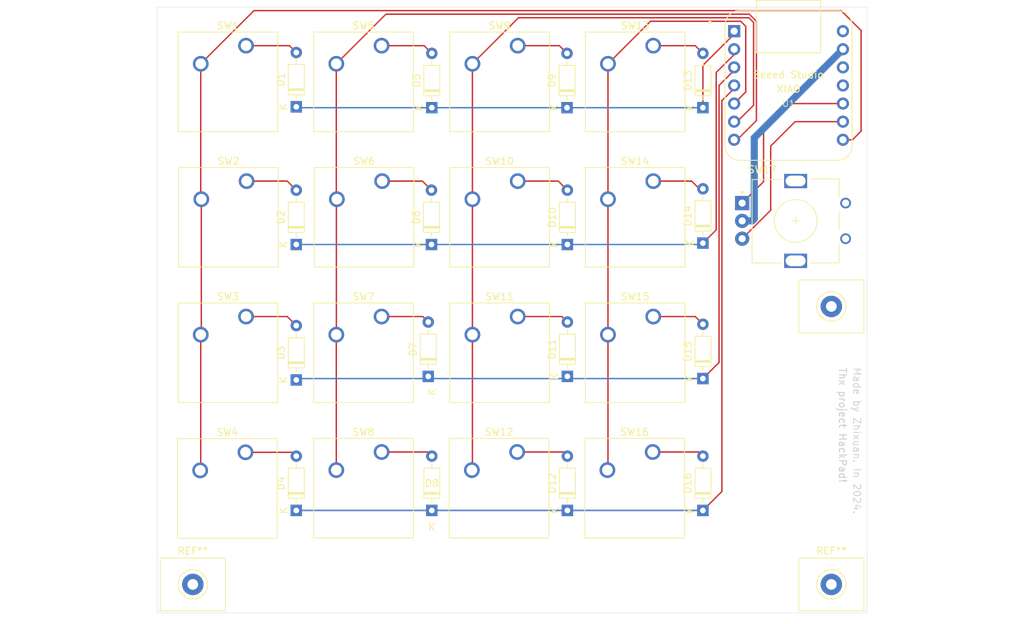
<source format=kicad_pcb>
(kicad_pcb (version 20240108) (generator "pcbnew") (generator_version "8.0")
  (layers (0 "F.Cu" signal) (31 "B.Cu" signal) (34 "B.Paste" user) (35 "F.Paste" user) (36 "B.SilkS" user "B.Silkscreen") (37 "F.SilkS" user "F.Silkscreen") (38 "B.Mask" user) (39 "F.Mask" user) (44 "Edge.Cuts" user))
  (net 0 "")
  (net 1 "Net-(D1-A)")
  (net 2 "R0")
  (net 3 "R1")
  (net 4 "Net-(D2-A)")
  (net 5 "Net-(D3-A)")
  (net 6 "R2")
  (net 7 "R3")
  (net 8 "Net-(D4-A)")
  (net 9 "Net-(D5-A)")
  (net 10 "Net-(D6-A)")
  (net 11 "Net-(D7-A)")
  (net 12 "Net-(D8-A)")
  (net 13 "Net-(D9-A)")
  (net 14 "Net-(D10-A)")
  (net 15 "Net-(D11-A)")
  (net 16 "Net-(D12-A)")
  (net 17 "Net-(D13-A)")
  (net 18 "Net-(D14-A)")
  (net 19 "Net-(D15-A)")
  (net 20 "Net-(D16-A)")
  (net 21 "C0")
  (net 22 "C1")
  (net 23 "C2")
  (net 24 "C3")
  (net 25 "A9")
  (net 26 "GND")
  (net 27 "A8")
  (net 29 "A10")
  (footprint "Diode_THT:D_DO-35_SOD27_P7.62mm_Horizontal" (layer "F.Cu") (at 102 111.62 90)
    (property "Reference" "D8" (at 3.81 0 0) (layer "F.SilkS"))
    (property "Value" "1N4148")
    (fp_text user "K" (at -2.38 0 0) (layer "F.SilkS"))
    (pad "1" thru_hole rect (at 0 0 90) (size 1.6 1.6) (drill 0.8) (layers "*.Cu" "*.Mask") (net 7 "R3"))
    (pad "2" thru_hole oval (at 7.62 0 90) (size 1.6 1.6) (drill 0.8) (layers "*.Cu" "*.Mask") (net 12 "Net-(D8-A)"))
  )
  (footprint "Button_Switch_Keyboard:SW_Cherry_MX_1.00u_PCB" (layer "F.Cu") (at 133.04 46.42)
    (property "Reference" "SW13" (at -2.54 -2.794 0) (layer "F.SilkS"))
    (property "Value" "SW_Push")
    (pad "" np_thru_hole circle (at -7.62 5.08) (size 1.7 1.7) (drill 1.7) (layers "*.Cu" "*.Mask"))
    (pad "" np_thru_hole circle (at -2.54 5.08) (size 4 4) (drill 4) (layers "*.Cu" "*.Mask"))
    (pad "" np_thru_hole circle (at 2.54 5.08) (size 1.7 1.7) (drill 1.7) (layers "*.Cu" "*.Mask"))
    (pad "1" thru_hole circle (at 0 0) (size 2.2 2.2) (drill 1.5) (layers "*.Cu" "*.Mask") (net 17 "Net-(D13-A)"))
    (pad "2" thru_hole circle (at -6.35 2.54) (size 2.2 2.2) (drill 1.5) (layers "*.Cu" "*.Mask") (net 24 "C3"))
  )
  (footprint "TerminalBlock_MetzConnect:TerminalBlock_MetzConnect_360271_1x01_Horizontal_ScrewM3.0_Boxed" (layer "F.Cu") (at 68.5 122)
    (property "Reference" "REF**" (at 0 -4.71 0) (layer "F.SilkS"))
    (property "Value" "TerminalBlock_MetzConnect_360271_1x01_Horizontal_ScrewM3.0_Boxed")
    (pad "1" thru_hole circle (at 0 0) (size 3 3) (drill 1.5) (layers "*.Cu" "*.Mask"))
  )
  (footprint "Diode_THT:D_DO-35_SOD27_P7.62mm_Horizontal" (layer "F.Cu") (at 121 74.31 90)
    (property "Reference" "D10" (at 3.81 -2.12 90) (layer "F.SilkS"))
    (property "Value" "1N4148")
    (fp_text user "K" (at 0 -1.8 90) (layer "F.SilkS"))
    (pad "1" thru_hole rect (at 0 0 90) (size 1.6 1.6) (drill 0.8) (layers "*.Cu" "*.Mask") (net 3 "R1"))
    (pad "2" thru_hole oval (at 7.62 0 90) (size 1.6 1.6) (drill 0.8) (layers "*.Cu" "*.Mask") (net 14 "Net-(D10-A)"))
  )
  (footprint "Button_Switch_Keyboard:SW_Cherry_MX_1.00u_PCB" (layer "F.Cu") (at 133.04 84.42)
    (property "Reference" "SW15" (at -2.54 -2.794 0) (layer "F.SilkS"))
    (property "Value" "SW_Push")
    (pad "" np_thru_hole circle (at -7.62 5.08) (size 1.7 1.7) (drill 1.7) (layers "*.Cu" "*.Mask"))
    (pad "" np_thru_hole circle (at -2.54 5.08) (size 4 4) (drill 4) (layers "*.Cu" "*.Mask"))
    (pad "" np_thru_hole circle (at 2.54 5.08) (size 1.7 1.7) (drill 1.7) (layers "*.Cu" "*.Mask"))
    (pad "1" thru_hole circle (at 0 0) (size 2.2 2.2) (drill 1.5) (layers "*.Cu" "*.Mask") (net 19 "Net-(D15-A)"))
    (pad "2" thru_hole circle (at -6.35 2.54) (size 2.2 2.2) (drill 1.5) (layers "*.Cu" "*.Mask") (net 24 "C3"))
  )
  (footprint "Button_Switch_Keyboard:SW_Cherry_MX_1.00u_PCB" (layer "F.Cu") (at 113.96 103.42)
    (property "Reference" "SW12" (at -2.54 -2.794 0) (layer "F.SilkS"))
    (property "Value" "SW_Push")
    (pad "" np_thru_hole circle (at -7.62 5.08) (size 1.7 1.7) (drill 1.7) (layers "*.Cu" "*.Mask"))
    (pad "" np_thru_hole circle (at -2.54 5.08) (size 4 4) (drill 4) (layers "*.Cu" "*.Mask"))
    (pad "" np_thru_hole circle (at 2.54 5.08) (size 1.7 1.7) (drill 1.7) (layers "*.Cu" "*.Mask"))
    (pad "1" thru_hole circle (at 0 0) (size 2.2 2.2) (drill 1.5) (layers "*.Cu" "*.Mask") (net 16 "Net-(D12-A)"))
    (pad "2" thru_hole circle (at -6.35 2.54) (size 2.2 2.2) (drill 1.5) (layers "*.Cu" "*.Mask") (net 23 "C2"))
  )
  (footprint "TerminalBlock_MetzConnect:TerminalBlock_MetzConnect_360271_1x01_Horizontal_ScrewM3.0_Boxed" (layer "F.Cu") (at 158 83)
    (property "Reference" "REF**" (hide yes))
    (property "Value" "TerminalBlock_MetzConnect_360271_1x01_Horizontal_ScrewM3.0_Boxed")
    (pad "1" thru_hole circle (at 0 0) (size 3 3) (drill 1.5) (layers "*.Cu" "*.Mask"))
  )
  (footprint "Button_Switch_Keyboard:SW_Cherry_MX_1.00u_PCB" (layer "F.Cu") (at 94.96 103.42)
    (property "Reference" "SW8" (at -2.54 -2.794 0) (layer "F.SilkS"))
    (property "Value" "SW_Push")
    (pad "" np_thru_hole circle (at -7.62 5.08) (size 1.7 1.7) (drill 1.7) (layers "*.Cu" "*.Mask"))
    (pad "" np_thru_hole circle (at -2.54 5.08) (size 4 4) (drill 4) (layers "*.Cu" "*.Mask"))
    (pad "" np_thru_hole circle (at 2.54 5.08) (size 1.7 1.7) (drill 1.7) (layers "*.Cu" "*.Mask"))
    (pad "1" thru_hole circle (at 0 0) (size 2.2 2.2) (drill 1.5) (layers "*.Cu" "*.Mask") (net 12 "Net-(D8-A)"))
    (pad "2" thru_hole circle (at -6.35 2.54) (size 2.2 2.2) (drill 1.5) (layers "*.Cu" "*.Mask") (net 22 "C1"))
  )
  (footprint "Button_Switch_Keyboard:SW_Cherry_MX_1.00u_PCB" (layer "F.Cu") (at 133.04 65.42)
    (property "Reference" "SW14" (at -2.54 -2.794 0) (layer "F.SilkS"))
    (property "Value" "SW_Push")
    (pad "" np_thru_hole circle (at -7.62 5.08) (size 1.7 1.7) (drill 1.7) (layers "*.Cu" "*.Mask"))
    (pad "" np_thru_hole circle (at -2.54 5.08) (size 4 4) (drill 4) (layers "*.Cu" "*.Mask"))
    (pad "" np_thru_hole circle (at 2.54 5.08) (size 1.7 1.7) (drill 1.7) (layers "*.Cu" "*.Mask"))
    (pad "1" thru_hole circle (at 0 0) (size 2.2 2.2) (drill 1.5) (layers "*.Cu" "*.Mask") (net 18 "Net-(D14-A)"))
    (pad "2" thru_hole circle (at -6.35 2.54) (size 2.2 2.2) (drill 1.5) (layers "*.Cu" "*.Mask") (net 24 "C3"))
  )
  (footprint "TerminalBlock_MetzConnect:TerminalBlock_MetzConnect_360271_1x01_Horizontal_ScrewM3.0_Boxed" (layer "F.Cu") (at 158 122)
    (property "Reference" "REF**" (at 0 -4.71 0) (layer "F.SilkS"))
    (property "Value" "TerminalBlock_MetzConnect_360271_1x01_Horizontal_ScrewM3.0_Boxed")
    (pad "1" thru_hole circle (at 0 0) (size 3 3) (drill 1.5) (layers "*.Cu" "*.Mask"))
  )
  (footprint "Diode_THT:D_DO-35_SOD27_P7.62mm_Horizontal" (layer "F.Cu") (at 121 111.62 90)
    (property "Reference" "D12" (at 3.81 -2.12 90) (layer "F.SilkS"))
    (property "Value" "1N4148")
    (fp_text user "K" (at 0 -1.8 90) (layer "F.SilkS"))
    (pad "1" thru_hole rect (at 0 0 90) (size 1.6 1.6) (drill 0.8) (layers "*.Cu" "*.Mask") (net 7 "R3"))
    (pad "2" thru_hole oval (at 7.62 0 90) (size 1.6 1.6) (drill 0.8) (layers "*.Cu" "*.Mask") (net 16 "Net-(D12-A)"))
  )
  (footprint "Diode_THT:D_DO-35_SOD27_P7.62mm_Horizontal" (layer "F.Cu") (at 140 74.12 90)
    (property "Reference" "D14" (at 3.81 -2.12 90) (layer "F.SilkS"))
    (property "Value" "1N4148")
    (fp_text user "K" (at 0 -1.8 90) (layer "F.SilkS"))
    (pad "1" thru_hole rect (at 0 0 90) (size 1.6 1.6) (drill 0.8) (layers "*.Cu" "*.Mask") (net 3 "R1"))
    (pad "2" thru_hole oval (at 7.62 0 90) (size 1.6 1.6) (drill 0.8) (layers "*.Cu" "*.Mask") (net 18 "Net-(D14-A)"))
  )
  (footprint "Diode_THT:D_DO-35_SOD27_P7.62mm_Horizontal" (layer "F.Cu") (at 140 111.62 90)
    (property "Reference" "D16" (at 3.81 -2.12 90) (layer "F.SilkS"))
    (property "Value" "1N4148")
    (fp_text user "K" (at 0 -1.8 90) (layer "F.SilkS"))
    (pad "1" thru_hole rect (at 0 0 90) (size 1.6 1.6) (drill 0.8) (layers "*.Cu" "*.Mask") (net 7 "R3"))
    (pad "2" thru_hole oval (at 7.62 0 90) (size 1.6 1.6) (drill 0.8) (layers "*.Cu" "*.Mask") (net 20 "Net-(D16-A)"))
  )
  (footprint "Button_Switch_Keyboard:SW_Cherry_MX_1.00u_PCB" (layer "F.Cu") (at 75.88 103.46)
    (property "Reference" "SW4" (at -2.54 -2.794 0) (layer "F.SilkS"))
    (property "Value" "SW_Push")
    (pad "" np_thru_hole circle (at -7.62 5.08) (size 1.7 1.7) (drill 1.7) (layers "*.Cu" "*.Mask"))
    (pad "" np_thru_hole circle (at -2.54 5.08) (size 4 4) (drill 4) (layers "*.Cu" "*.Mask"))
    (pad "" np_thru_hole circle (at 2.54 5.08) (size 1.7 1.7) (drill 1.7) (layers "*.Cu" "*.Mask"))
    (pad "1" thru_hole circle (at 0 0) (size 2.2 2.2) (drill 1.5) (layers "*.Cu" "*.Mask") (net 8 "Net-(D4-A)"))
    (pad "2" thru_hole circle (at -6.35 2.54) (size 2.2 2.2) (drill 1.5) (layers "*.Cu" "*.Mask") (net 21 "C0"))
  )
  (footprint "Seeed Studio XIAO Series Library:XIAO-Generic-Thruhole-14P-2.54-21X17.8MM" (layer "F.Cu") (at 152 52)
    (property "Reference" "U1" (at 0 2.54 0) (layer "F.SilkS") (effects (font (size 0.889 0.889) (thickness 0.1016))))
    (property "Value" "SeeeduinoXIAO" (hide yes))
    (fp_text user "Seeed Studio" (at 0 -1.5 0) (layer "F.SilkS"))
    (fp_text user "XIAO" (at 0 0.5 0) (layer "F.SilkS"))
    (pad "1" thru_hole rect (at -7.625 -7.62) (size 1.7 1.7) (drill 1) (layers "*.Cu" "*.Mask") (net 2 "R0"))
    (pad "2" thru_hole circle (at -7.625 -5.08) (size 1.7 1.7) (drill 1) (layers "*.Cu" "*.Mask") (net 3 "R1"))
    (pad "3" thru_hole circle (at -7.625 -2.54) (size 1.7 1.7) (drill 1) (layers "*.Cu" "*.Mask") (net 6 "R2"))
    (pad "4" thru_hole circle (at -7.625 0) (size 1.7 1.7) (drill 1) (layers "*.Cu" "*.Mask") (net 7 "R3"))
    (pad "5" thru_hole circle (at -7.625 2.54) (size 1.7 1.7) (drill 1) (layers "*.Cu" "*.Mask") (net 24 "C3"))
    (pad "6" thru_hole circle (at -7.625 5.08 180) (size 1.7 1.7) (drill 1) (layers "*.Cu" "*.Mask") (net 23 "C2"))
    (pad "7" thru_hole circle (at -7.625 7.62) (size 1.7 1.7) (drill 1) (layers "*.Cu" "*.Mask") (net 22 "C1"))
    (pad "8" thru_hole circle (at 7.625 7.62) (size 1.7 1.7) (drill 1) (layers "*.Cu" "*.Mask") (net 21 "C0"))
    (pad "9" thru_hole circle (at 7.625 5.08) (size 1.7 1.7) (drill 1) (layers "*.Cu" "*.Mask") (net 27 "A8"))
    (pad "10" thru_hole circle (at 7.625 2.54) (size 1.7 1.7) (drill 1) (layers "*.Cu" "*.Mask") (net 25 "A9"))
    (pad "11" thru_hole circle (at 7.625 0) (size 1.7 1.7) (drill 1) (layers "*.Cu" "*.Mask") (net 29 "A10"))
    (pad "12" thru_hole circle (at 7.625 -2.54) (size 1.7 1.7) (drill 1) (layers "*.Cu" "*.Mask"))
    (pad "13" thru_hole circle (at 7.625 -5.08) (size 1.7 1.7) (drill 1) (layers "*.Cu" "*.Mask") (net 26 "GND"))
    (pad "14" thru_hole circle (at 7.625 -7.62) (size 1.7 1.7) (drill 1) (layers "*.Cu" "*.Mask"))
  )
  (footprint "Button_Switch_Keyboard:SW_Cherry_MX_1.00u_PCB" (layer "F.Cu") (at 75.96 84.42)
    (property "Reference" "SW3" (at -2.54 -2.794 0) (layer "F.SilkS"))
    (property "Value" "SW_Push")
    (pad "" np_thru_hole circle (at -7.62 5.08) (size 1.7 1.7) (drill 1.7) (layers "*.Cu" "*.Mask"))
    (pad "" np_thru_hole circle (at -2.54 5.08) (size 4 4) (drill 4) (layers "*.Cu" "*.Mask"))
    (pad "" np_thru_hole circle (at 2.54 5.08) (size 1.7 1.7) (drill 1.7) (layers "*.Cu" "*.Mask"))
    (pad "1" thru_hole circle (at 0 0) (size 2.2 2.2) (drill 1.5) (layers "*.Cu" "*.Mask") (net 5 "Net-(D3-A)"))
    (pad "2" thru_hole circle (at -6.35 2.54) (size 2.2 2.2) (drill 1.5) (layers "*.Cu" "*.Mask") (net 21 "C0"))
  )
  (footprint "Diode_THT:D_DO-35_SOD27_P7.62mm_Horizontal" (layer "F.Cu") (at 121 92.81 90)
    (property "Reference" "D11" (at 3.81 -2.12 90) (layer "F.SilkS"))
    (property "Value" "1N4148")
    (fp_text user "K" (at 0 -1.8 90) (layer "F.SilkS"))
    (pad "1" thru_hole rect (at 0 0 90) (size 1.6 1.6) (drill 0.8) (layers "*.Cu" "*.Mask") (net 6 "R2"))
    (pad "2" thru_hole oval (at 7.62 0 90) (size 1.6 1.6) (drill 0.8) (layers "*.Cu" "*.Mask") (net 15 "Net-(D11-A)"))
  )
  (footprint "Diode_THT:D_DO-35_SOD27_P7.62mm_Horizontal" (layer "F.Cu") (at 120.95 55.12 90)
    (property "Reference" "D9" (at 3.81 -2.12 90) (layer "F.SilkS"))
    (property "Value" "1N4148")
    (fp_text user "K" (at 0 -1.8 90) (layer "F.SilkS"))
    (pad "1" thru_hole rect (at 0 0 90) (size 1.6 1.6) (drill 0.8) (layers "*.Cu" "*.Mask") (net 2 "R0"))
    (pad "2" thru_hole oval (at 7.62 0 90) (size 1.6 1.6) (drill 0.8) (layers "*.Cu" "*.Mask") (net 13 "Net-(D9-A)"))
  )
  (footprint "Diode_THT:D_DO-35_SOD27_P7.62mm_Horizontal" (layer "F.Cu") (at 83 111.62 90)
    (property "Reference" "D4" (at 3.81 -2.12 90) (layer "F.SilkS"))
    (property "Value" "1N4148")
    (fp_text user "K" (at 0 -1.8 90) (layer "F.SilkS"))
    (pad "1" thru_hole rect (at 0 0 90) (size 1.6 1.6) (drill 0.8) (layers "*.Cu" "*.Mask") (net 7 "R3"))
    (pad "2" thru_hole oval (at 7.62 0 90) (size 1.6 1.6) (drill 0.8) (layers "*.Cu" "*.Mask") (net 8 "Net-(D4-A)"))
  )
  (footprint "Diode_THT:D_DO-35_SOD27_P7.62mm_Horizontal" (layer "F.Cu") (at 102 55.12 90)
    (property "Reference" "D5" (at 3.81 -2.12 90) (layer "F.SilkS"))
    (property "Value" "1N4148")
    (fp_text user "K" (at 0 -1.8 90) (layer "F.SilkS"))
    (pad "1" thru_hole rect (at 0 0 90) (size 1.6 1.6) (drill 0.8) (layers "*.Cu" "*.Mask") (net 2 "R0"))
    (pad "2" thru_hole oval (at 7.62 0 90) (size 1.6 1.6) (drill 0.8) (layers "*.Cu" "*.Mask") (net 9 "Net-(D5-A)"))
  )
  (footprint "Button_Switch_Keyboard:SW_Cherry_MX_1.00u_PCB" (layer "F.Cu") (at 75.96 46.42)
    (property "Reference" "SW1" (at -2.54 -2.794 0) (layer "F.SilkS"))
    (property "Value" "SW_Push")
    (pad "" np_thru_hole circle (at -7.62 5.08) (size 1.7 1.7) (drill 1.7) (layers "*.Cu" "*.Mask"))
    (pad "" np_thru_hole circle (at -2.54 5.08) (size 4 4) (drill 4) (layers "*.Cu" "*.Mask"))
    (pad "" np_thru_hole circle (at 2.54 5.08) (size 1.7 1.7) (drill 1.7) (layers "*.Cu" "*.Mask"))
    (pad "1" thru_hole circle (at 0 0) (size 2.2 2.2) (drill 1.5) (layers "*.Cu" "*.Mask") (net 1 "Net-(D1-A)"))
    (pad "2" thru_hole circle (at -6.35 2.54) (size 2.2 2.2) (drill 1.5) (layers "*.Cu" "*.Mask") (net 21 "C0"))
  )
  (footprint "Button_Switch_Keyboard:SW_Cherry_MX_1.00u_PCB" (layer "F.Cu") (at 76.04 65.42)
    (property "Reference" "SW2" (at -2.54 -2.794 0) (layer "F.SilkS"))
    (property "Value" "SW_Push")
    (pad "" np_thru_hole circle (at -7.62 5.08) (size 1.7 1.7) (drill 1.7) (layers "*.Cu" "*.Mask"))
    (pad "" np_thru_hole circle (at -2.54 5.08) (size 4 4) (drill 4) (layers "*.Cu" "*.Mask"))
    (pad "" np_thru_hole circle (at 2.54 5.08) (size 1.7 1.7) (drill 1.7) (layers "*.Cu" "*.Mask"))
    (pad "1" thru_hole circle (at 0 0) (size 2.2 2.2) (drill 1.5) (layers "*.Cu" "*.Mask") (net 4 "Net-(D2-A)"))
    (pad "2" thru_hole circle (at -6.35 2.54) (size 2.2 2.2) (drill 1.5) (layers "*.Cu" "*.Mask") (net 21 "C0"))
  )
  (footprint "Rotary_Encoder:RotaryEncoder_Alps_EC11E_Vertical_H20mm" (layer "F.Cu") (at 145.5 68.5)
    (property "Reference" "SW17" (at 2.8 -4.7 0) (layer "F.SilkS"))
    (property "Value" "RotaryEncoder")
    (pad "" thru_hole circle (at 14.5 0) (size 1.5 1.5) (drill 1) (layers "*.Cu" "*.Mask"))
    (pad "" thru_hole circle (at 14.5 5) (size 1.5 1.5) (drill 1) (layers "*.Cu" "*.Mask"))
    (pad "A" thru_hole rect (at 0 0) (size 2 2) (drill 1) (layers "*.Cu" "*.Mask") (net 25 "A9"))
    (pad "B" thru_hole circle (at 0 5) (size 2 2) (drill 1) (layers "*.Cu" "*.Mask") (net 27 "A8"))
    (pad "C" thru_hole circle (at 0 2.5) (size 2 2) (drill 1) (layers "*.Cu" "*.Mask") (net 26 "GND"))
    (pad "MP" thru_hole rect (at 7.5 -3.1) (size 3.2 2) (drill oval 2.8 1.5) (layers "*.Cu" "*.Mask"))
    (pad "MP" thru_hole rect (at 7.5 8.1) (size 3.2 2) (drill oval 2.8 1.5) (layers "*.Cu" "*.Mask"))
  )
  (footprint "Diode_THT:D_DO-35_SOD27_P7.62mm_Horizontal" (layer "F.Cu") (at 140 93.12 90)
    (property "Reference" "D15" (at 3.81 -2.12 90) (layer "F.SilkS"))
    (property "Value" "1N4148")
    (fp_text user "K" (at 0 -1.8 90) (layer "F.SilkS"))
    (pad "1" thru_hole rect (at 0 0 90) (size 1.6 1.6) (drill 0.8) (layers "*.Cu" "*.Mask") (net 6 "R2"))
    (pad "2" thru_hole oval (at 7.62 0 90) (size 1.6 1.6) (drill 0.8) (layers "*.Cu" "*.Mask") (net 19 "Net-(D15-A)"))
  )
  (footprint "Diode_THT:D_DO-35_SOD27_P7.62mm_Horizontal" (layer "F.Cu") (at 101.5 92.81 90)
    (property "Reference" "D7" (at 3.81 -2.12 90) (layer "F.SilkS"))
    (property "Value" "1N4148")
    (fp_text user "K" (at -2.19 0.5 90) (layer "F.SilkS"))
    (pad "1" thru_hole rect (at 0 0 90) (size 1.6 1.6) (drill 0.8) (layers "*.Cu" "*.Mask") (net 6 "R2"))
    (pad "2" thru_hole oval (at 7.62 0 90) (size 1.6 1.6) (drill 0.8) (layers "*.Cu" "*.Mask") (net 11 "Net-(D7-A)"))
  )
  (footprint "Button_Switch_Keyboard:SW_Cherry_MX_1.00u_PCB" (layer "F.Cu") (at 94.96 84.42)
    (property "Reference" "SW7" (at -2.54 -2.794 0) (layer "F.SilkS"))
    (property "Value" "SW_Push")
    (pad "" np_thru_hole circle (at -7.62 5.08) (size 1.7 1.7) (drill 1.7) (layers "*.Cu" "*.Mask"))
    (pad "" np_thru_hole circle (at -2.54 5.08) (size 4 4) (drill 4) (layers "*.Cu" "*.Mask"))
    (pad "" np_thru_hole circle (at 2.54 5.08) (size 1.7 1.7) (drill 1.7) (layers "*.Cu" "*.Mask"))
    (pad "1" thru_hole circle (at 0 0) (size 2.2 2.2) (drill 1.5) (layers "*.Cu" "*.Mask") (net 11 "Net-(D7-A)"))
    (pad "2" thru_hole circle (at -6.35 2.54) (size 2.2 2.2) (drill 1.5) (layers "*.Cu" "*.Mask") (net 22 "C1"))
  )
  (footprint "Diode_THT:D_DO-35_SOD27_P7.62mm_Horizontal" (layer "F.Cu") (at 101.95 74.31 90)
    (property "Reference" "D6" (at 3.81 -2.12 90) (layer "F.SilkS"))
    (property "Value" "1N4148")
    (fp_text user "K" (at 0 -1.8 90) (layer "F.SilkS"))
    (pad "1" thru_hole rect (at 0 0 90) (size 1.6 1.6) (drill 0.8) (layers "*.Cu" "*.Mask") (net 3 "R1"))
    (pad "2" thru_hole oval (at 7.62 0 90) (size 1.6 1.6) (drill 0.8) (layers "*.Cu" "*.Mask") (net 10 "Net-(D6-A)"))
  )
  (footprint "Button_Switch_Keyboard:SW_Cherry_MX_1.00u_PCB" (layer "F.Cu") (at 95.04 65.42)
    (property "Reference" "SW6" (at -2.54 -2.794 0) (layer "F.SilkS"))
    (property "Value" "SW_Push")
    (pad "" np_thru_hole circle (at -7.62 5.08) (size 1.7 1.7) (drill 1.7) (layers "*.Cu" "*.Mask"))
    (pad "" np_thru_hole circle (at -2.54 5.08) (size 4 4) (drill 4) (layers "*.Cu" "*.Mask"))
    (pad "" np_thru_hole circle (at 2.54 5.08) (size 1.7 1.7) (drill 1.7) (layers "*.Cu" "*.Mask"))
    (pad "1" thru_hole circle (at 0 0) (size 2.2 2.2) (drill 1.5) (layers "*.Cu" "*.Mask") (net 10 "Net-(D6-A)"))
    (pad "2" thru_hole circle (at -6.35 2.54) (size 2.2 2.2) (drill 1.5) (layers "*.Cu" "*.Mask") (net 22 "C1"))
  )
  (footprint "Button_Switch_Keyboard:SW_Cherry_MX_1.00u_PCB" (layer "F.Cu") (at 94.96 46.42)
    (property "Reference" "SW5" (at -2.54 -2.794 0) (layer "F.SilkS"))
    (property "Value" "SW_Push")
    (pad "" np_thru_hole circle (at -7.62 5.08) (size 1.7 1.7) (drill 1.7) (layers "*.Cu" "*.Mask"))
    (pad "" np_thru_hole circle (at -2.54 5.08) (size 4 4) (drill 4) (layers "*.Cu" "*.Mask"))
    (pad "" np_thru_hole circle (at 2.54 5.08) (size 1.7 1.7) (drill 1.7) (layers "*.Cu" "*.Mask"))
    (pad "1" thru_hole circle (at 0 0) (size 2.2 2.2) (drill 1.5) (layers "*.Cu" "*.Mask") (net 9 "Net-(D5-A)"))
    (pad "2" thru_hole circle (at -6.35 2.54) (size 2.2 2.2) (drill 1.5) (layers "*.Cu" "*.Mask") (net 22 "C1"))
  )
  (footprint "Button_Switch_Keyboard:SW_Cherry_MX_1.00u_PCB" (layer "F.Cu") (at 114.04 65.42)
    (property "Reference" "SW10" (at -2.54 -2.794 0) (layer "F.SilkS"))
    (property "Value" "SW_Push")
    (pad "" np_thru_hole circle (at -7.62 5.08) (size 1.7 1.7) (drill 1.7) (layers "*.Cu" "*.Mask"))
    (pad "" np_thru_hole circle (at -2.54 5.08) (size 4 4) (drill 4) (layers "*.Cu" "*.Mask"))
    (pad "" np_thru_hole circle (at 2.54 5.08) (size 1.7 1.7) (drill 1.7) (layers "*.Cu" "*.Mask"))
    (pad "1" thru_hole circle (at 0 0) (size 2.2 2.2) (drill 1.5) (layers "*.Cu" "*.Mask") (net 14 "Net-(D10-A)"))
    (pad "2" thru_hole circle (at -6.35 2.54) (size 2.2 2.2) (drill 1.5) (layers "*.Cu" "*.Mask") (net 23 "C2"))
  )
  (footprint "Button_Switch_Keyboard:SW_Cherry_MX_1.00u_PCB" (layer "F.Cu") (at 132.96 103.42)
    (property "Reference" "SW16" (at -2.54 -2.794 0) (layer "F.SilkS"))
    (property "Value" "SW_Push")
    (pad "" np_thru_hole circle (at -7.62 5.08) (size 1.7 1.7) (drill 1.7) (layers "*.Cu" "*.Mask"))
    (pad "" np_thru_hole circle (at -2.54 5.08) (size 4 4) (drill 4) (layers "*.Cu" "*.Mask"))
    (pad "" np_thru_hole circle (at 2.54 5.08) (size 1.7 1.7) (drill 1.7) (layers "*.Cu" "*.Mask"))
    (pad "1" thru_hole circle (at 0 0) (size 2.2 2.2) (drill 1.5) (layers "*.Cu" "*.Mask") (net 20 "Net-(D16-A)"))
    (pad "2" thru_hole circle (at -6.35 2.54) (size 2.2 2.2) (drill 1.5) (layers "*.Cu" "*.Mask") (net 24 "C3"))
  )
  (footprint "Button_Switch_Keyboard:SW_Cherry_MX_1.00u_PCB" (layer "F.Cu") (at 114.04 84.42)
    (property "Reference" "SW11" (at -2.54 -2.794 0) (layer "F.SilkS"))
    (property "Value" "SW_Push")
    (pad "" np_thru_hole circle (at -7.62 5.08) (size 1.7 1.7) (drill 1.7) (layers "*.Cu" "*.Mask"))
    (pad "" np_thru_hole circle (at -2.54 5.08) (size 4 4) (drill 4) (layers "*.Cu" "*.Mask"))
    (pad "" np_thru_hole circle (at 2.54 5.08) (size 1.7 1.7) (drill 1.7) (layers "*.Cu" "*.Mask"))
    (pad "1" thru_hole circle (at 0 0) (size 2.2 2.2) (drill 1.5) (layers "*.Cu" "*.Mask") (net 15 "Net-(D11-A)"))
    (pad "2" thru_hole circle (at -6.35 2.54) (size 2.2 2.2) (drill 1.5) (layers "*.Cu" "*.Mask") (net 23 "C2"))
  )
  (footprint "Diode_THT:D_DO-35_SOD27_P7.62mm_Horizontal" (layer "F.Cu") (at 83 55 90)
    (property "Reference" "D1" (at 3.81 -2.12 90) (layer "F.SilkS"))
    (property "Value" "1N4148")
    (fp_text user "K" (at 0 -1.8 90) (layer "F.SilkS"))
    (pad "1" thru_hole rect (at 0 0 90) (size 1.6 1.6) (drill 0.8) (layers "*.Cu" "*.Mask") (net 2 "R0"))
    (pad "2" thru_hole oval (at 7.62 0 90) (size 1.6 1.6) (drill 0.8) (layers "*.Cu" "*.Mask") (net 1 "Net-(D1-A)"))
  )
  (footprint "Diode_THT:D_DO-35_SOD27_P7.62mm_Horizontal" (layer "F.Cu") (at 140 55.12 90)
    (property "Reference" "D13" (at 3.81 -2.12 90) (layer "F.SilkS"))
    (property "Value" "1N4148")
    (fp_text user "K" (at 0 -1.8 90) (layer "F.SilkS"))
    (pad "1" thru_hole rect (at 0 0 90) (size 1.6 1.6) (drill 0.8) (layers "*.Cu" "*.Mask") (net 2 "R0"))
    (pad "2" thru_hole oval (at 7.62 0 90) (size 1.6 1.6) (drill 0.8) (layers "*.Cu" "*.Mask") (net 17 "Net-(D13-A)"))
  )
  (footprint "Diode_THT:D_DO-35_SOD27_P7.62mm_Horizontal" (layer "F.Cu") (at 83 93.31 90)
    (property "Reference" "D3" (at 3.81 -2.12 90) (layer "F.SilkS"))
    (property "Value" "1N4148")
    (fp_text user "K" (at 0 -1.8 90) (layer "F.SilkS"))
    (pad "1" thru_hole rect (at 0 0 90) (size 1.6 1.6) (drill 0.8) (layers "*.Cu" "*.Mask") (net 6 "R2"))
    (pad "2" thru_hole oval (at 7.62 0 90) (size 1.6 1.6) (drill 0.8) (layers "*.Cu" "*.Mask") (net 5 "Net-(D3-A)"))
  )
  (footprint "Diode_THT:D_DO-35_SOD27_P7.62mm_Horizontal" (layer "F.Cu") (at 83 74.31 90)
    (property "Reference" "D2" (at 3.81 -2.12 90) (layer "F.SilkS"))
    (property "Value" "1N4148")
    (fp_text user "K" (at 0 -1.8 90) (layer "F.SilkS"))
    (pad "1" thru_hole rect (at 0 0 90) (size 1.6 1.6) (drill 0.8) (layers "*.Cu" "*.Mask") (net 3 "R1"))
    (pad "2" thru_hole oval (at 7.62 0 90) (size 1.6 1.6) (drill 0.8) (layers "*.Cu" "*.Mask") (net 4 "Net-(D2-A)"))
  )
  (footprint "Button_Switch_Keyboard:SW_Cherry_MX_1.00u_PCB" (layer "F.Cu") (at 114.04 46.42)
    (property "Reference" "SW9" (at -2.54 -2.794 0) (layer "F.SilkS"))
    (property "Value" "SW_Push")
    (pad "" np_thru_hole circle (at -7.62 5.08) (size 1.7 1.7) (drill 1.7) (layers "*.Cu" "*.Mask"))
    (pad "" np_thru_hole circle (at -2.54 5.08) (size 4 4) (drill 4) (layers "*.Cu" "*.Mask"))
    (pad "" np_thru_hole circle (at 2.54 5.08) (size 1.7 1.7) (drill 1.7) (layers "*.Cu" "*.Mask"))
    (pad "1" thru_hole circle (at 0 0) (size 2.2 2.2) (drill 1.5) (layers "*.Cu" "*.Mask") (net 13 "Net-(D9-A)"))
    (pad "2" thru_hole circle (at -6.35 2.54) (size 2.2 2.2) (drill 1.5) (layers "*.Cu" "*.Mask") (net 23 "C2"))
  )
  (gr_rect (start 63.5 41) (end 163 126) (stroke (width 0.05)) (fill none) (layer "Edge.Cuts"))
  (gr_text "Made by Zhixuan. In 2024." (at 161 91.5 -90) (layer "Edge.Cuts") (effects (font (size 1 1) (thickness 0.125)) (justify left bottom)))
  (gr_text "Thx project HackPad!\n" (at 159 91.5 -90) (layer "Edge.Cuts") (effects (font (size 1 1)) (justify left bottom)))
  (segment (start 82.04 46.42) (end 83 47.38) (width 0.2) (layer "F.Cu") (net 1))
  (segment (start 75.96 46.42) (end 82.04 46.42) (width 0.2) (layer "F.Cu") (net 1))
  (segment (start 144.33544 44.84) (end 140 49.17544) (width 0.2) (layer "F.Cu") (net 2))
  (segment (start 140 49.17544) (end 140 55.12) (width 0.2) (layer "F.Cu") (net 2))
  (segment (start 140 55.12) (end 83.12 55.12) (width 0.2) (layer "B.Cu") (net 2))
  (segment (start 83.12 55.12) (end 83 55) (width 0.2) (layer "B.Cu") (net 2))
  (segment (start 141.8613 72.2587) (end 140 74.12) (width 0.2) (layer "F.Cu") (net 3))
  (segment (start 144.33544 47.707594) (end 141.8613 50.181734) (width 0.2) (layer "F.Cu") (net 3))
  (segment (start 141.8613 50.181734) (end 141.8613 72.2587) (width 0.2) (layer "F.Cu") (net 3))
  (segment (start 144.33544 47.38) (end 144.33544 47.707594) (width 0.2) (layer "F.Cu") (net 3))
  (segment (start 139.81 74.31) (end 140 74.12) (width 0.2) (layer "B.Cu") (net 3))
  (segment (start 83 74.31) (end 139.81 74.31) (width 0.2) (layer "B.Cu") (net 3))
  (segment (start 76.04 65.42) (end 81.73 65.42) (width 0.2) (layer "F.Cu") (net 4))
  (segment (start 81.73 65.42) (end 83 66.69) (width 0.2) (layer "F.Cu") (net 4))
  (segment (start 75.96 84.42) (end 81.73 84.42) (width 0.2) (layer "F.Cu") (net 5))
  (segment (start 81.73 84.42) (end 83 85.69) (width 0.2) (layer "F.Cu") (net 5))
  (segment (start 142.2613 90.8587) (end 140 93.12) (width 0.2) (layer "F.Cu") (net 6))
  (segment (start 144.33544 49.92) (end 142.2613 51.99414) (width 0.2) (layer "F.Cu") (net 6))
  (segment (start 142.2613 51.99414) (end 142.2613 90.8587) (width 0.2) (layer "F.Cu") (net 6))
  (segment (start 83.19 93.12) (end 83 93.31) (width 0.2) (layer "B.Cu") (net 6))
  (segment (start 140 93.12) (end 83.19 93.12) (width 0.2) (layer "B.Cu") (net 6))
  (segment (start 140 111.62) (end 142.6613 108.9587) (width 0.2) (layer "F.Cu") (net 7))
  (segment (start 121 111.62) (end 140 111.62) (width 0.2) (layer "F.Cu") (net 7))
  (segment (start 142.6613 54.13414) (end 144.33544 52.46) (width 0.2) (layer "F.Cu") (net 7))
  (segment (start 83 111.62) (end 102 111.62) (width 0.2) (layer "F.Cu") (net 7))
  (segment (start 142.6613 108.9587) (end 142.6613 54.13414) (width 0.2) (layer "F.Cu") (net 7))
  (segment (start 102 111.62) (end 121 111.62) (width 0.2) (layer "F.Cu") (net 7))
  (segment (start 83 111.62) (end 140 111.62) (width 0.2) (layer "B.Cu") (net 7))
  (segment (start 82.46 103.46) (end 83 104) (width 0.2) (layer "F.Cu") (net 8))
  (segment (start 75.88 103.46) (end 82.46 103.46) (width 0.2) (layer "F.Cu") (net 8))
  (segment (start 94.96 46.42) (end 100.92 46.42) (width 0.2) (layer "F.Cu") (net 9))
  (segment (start 100.92 46.42) (end 102 47.5) (width 0.2) (layer "F.Cu") (net 9))
  (segment (start 100.68 65.42) (end 101.95 66.69) (width 0.2) (layer "F.Cu") (net 10))
  (segment (start 95.04 65.42) (end 100.68 65.42) (width 0.2) (layer "F.Cu") (net 10))
  (segment (start 94.96 84.42) (end 100.73 84.42) (width 0.2) (layer "F.Cu") (net 11))
  (segment (start 100.73 84.42) (end 101.5 85.19) (width 0.2) (layer "F.Cu") (net 11))
  (segment (start 94.96 103.42) (end 101.42 103.42) (width 0.2) (layer "F.Cu") (net 12))
  (segment (start 101.42 103.42) (end 102 104) (width 0.2) (layer "F.Cu") (net 12))
  (segment (start 114.04 46.42) (end 119.87 46.42) (width 0.2) (layer "F.Cu") (net 13))
  (segment (start 119.87 46.42) (end 120.95 47.5) (width 0.2) (layer "F.Cu") (net 13))
  (segment (start 114.04 65.42) (end 119.73 65.42) (width 0.2) (layer "F.Cu") (net 14))
  (segment (start 119.73 65.42) (end 121 66.69) (width 0.2) (layer "F.Cu") (net 14))
  (segment (start 120.23 84.42) (end 121 85.19) (width 0.2) (layer "F.Cu") (net 15))
  (segment (start 114.04 84.42) (end 120.23 84.42) (width 0.2) (layer "F.Cu") (net 15))
  (segment (start 113.96 103.42) (end 120.42 103.42) (width 0.2) (layer "F.Cu") (net 16))
  (segment (start 120.42 103.42) (end 121 104) (width 0.2) (layer "F.Cu") (net 16))
  (segment (start 133.04 46.42) (end 138.92 46.42) (width 0.2) (layer "F.Cu") (net 17))
  (segment (start 138.92 46.42) (end 140 47.5) (width 0.2) (layer "F.Cu") (net 17))
  (segment (start 138.42 65.42) (end 133.04 65.42) (width 0.2) (layer "F.Cu") (net 18))
  (segment (start 139.5 66.5) (end 138.42 65.42) (width 0.2) (layer "F.Cu") (net 18))
  (segment (start 140 66.5) (end 139.5 66.5) (width 0.2) (layer "F.Cu") (net 18))
  (segment (start 133.04 84.42) (end 138.92 84.42) (width 0.2) (layer "F.Cu") (net 19))
  (segment (start 138.92 84.42) (end 140 85.5) (width 0.2) (layer "F.Cu") (net 19))
  (segment (start 132.96 103.42) (end 139.42 103.42) (width 0.2) (layer "F.Cu") (net 20))
  (segment (start 139.42 103.42) (end 140 104) (width 0.2) (layer "F.Cu") (net 20))
  (segment (start 162.17414 44.301734) (end 162.17414 58.40586) (width 0.2) (layer "F.Cu") (net 21))
  (segment (start 69.61 48.96) (end 77.07 41.5) (width 0.2) (layer "F.Cu") (net 21))
  (segment (start 77.07 41.5) (end 159.372406 41.5) (width 0.2) (layer "F.Cu") (net 21))
  (segment (start 69.61 67.88) (end 69.69 67.96) (width 0.2) (layer "F.Cu") (net 21))
  (segment (start 69.61 48.96) (end 69.61 67.88) (width 0.2) (layer "F.Cu") (net 21))
  (segment (start 69.61 105.92) (end 69.61 86.96) (width 0.2) (layer "F.Cu") (net 21))
  (segment (start 69.61 48.96) (end 69.61 48.89) (width 0.2) (layer "F.Cu") (net 21))
  (segment (start 69.53 106) (end 69.61 105.92) (width 0.2) (layer "F.Cu") (net 21))
  (segment (start 69.69 67.96) (end 69.69 86.88) (width 0.2) (layer "F.Cu") (net 21))
  (segment (start 69.61 48.89) (end 70 48.5) (width 0.2) (layer "F.Cu") (net 21))
  (segment (start 160.96 59.62) (end 159.625 59.62) (width 0.2) (layer "F.Cu") (net 21))
  (segment (start 159.372406 41.5) (end 162.17414 44.301734) (width 0.2) (layer "F.Cu") (net 21))
  (segment (start 69.69 86.88) (end 69.61 86.96) (width 0.2) (layer "F.Cu") (net 21))
  (segment (start 162.17414 58.40586) (end 160.96 59.62) (width 0.2) (layer "F.Cu") (net 21))
  (segment (start 146.5 42) (end 147.5 43) (width 0.2) (layer "F.Cu") (net 22))
  (segment (start 88.61 86.61) (end 88.5 86.5) (width 0.2) (layer "F.Cu") (net 22))
  (segment (start 88.61 67.88) (end 88.69 67.96) (width 0.2) (layer "F.Cu") (net 22))
  (segment (start 88.69 67.96) (end 88.62 68.03) (width 0.2) (layer "F.Cu") (net 22))
  (segment (start 88.61 48.96) (end 88.61 67.88) (width 0.2) (layer "F.Cu") (net 22))
  (segment (start 147.5 43) (end 147.5 56.91544) (width 0.2) (layer "F.Cu") (net 22))
  (segment (start 88.62 86.95) (end 88.61 86.96) (width 0.2) (layer "F.Cu") (net 22))
  (segment (start 88.61 86.96) (end 88.61 86.61) (width 0.2) (layer "F.Cu") (net 22))
  (segment (start 88.62 68.03) (end 88.62 86.95) (width 0.2) (layer "F.Cu") (net 22))
  (segment (start 88.61 86.96) (end 88.61 105.96) (width 0.2) (layer "F.Cu") (net 22))
  (segment (start 95.57 42) (end 146.5 42) (width 0.2) (layer "F.Cu") (net 22))
  (segment (start 147.5 56.91544) (end 144.33544 60.08) (width 0.2) (layer "F.Cu") (net 22))
  (segment (start 88.61 48.96) (end 95.57 42) (width 0.2) (layer "F.Cu") (net 22))
  (segment (start 147.1 43.165686) (end 147.1 54.77544) (width 0.2) (layer "F.Cu") (net 23))
  (segment (start 107.61 105.96) (end 107.69 105.88) (width 0.2) (layer "F.Cu") (net 23))
  (segment (start 107.69 67.96) (end 107.69 48.96) (width 0.2) (layer "F.Cu") (net 23))
  (segment (start 147.1 54.77544) (end 144.33544 57.54) (width 0.2) (layer "F.Cu") (net 23))
  (segment (start 114.15 42.5) (end 146.434314 42.5) (width 0.2) (layer "F.Cu") (net 23))
  (segment (start 107.69 86.96) (end 107.69 67.96) (width 0.2) (layer "F.Cu") (net 23))
  (segment (start 107.69 105.88) (end 107.69 86.96) (width 0.2) (layer "F.Cu") (net 23))
  (segment (start 146.434314 42.5) (end 147.1 43.165686) (width 0.2) (layer "F.Cu") (net 23))
  (segment (start 107.69 48.96) (end 114.15 42.5) (width 0.2) (layer "F.Cu") (net 23))
  (segment (start 126.69 105.88) (end 126.61 105.96) (width 0.2) (layer "F.Cu") (net 24))
  (segment (start 132.65 43) (end 145.295 43) (width 0.2) (layer "F.Cu") (net 24))
  (segment (start 126.69 48.96) (end 132.65 43) (width 0.2) (layer "F.Cu") (net 24))
  (segment (start 126.69 48.96) (end 126.69 105.88) (width 0.2) (layer "F.Cu") (net 24))
  (segment (start 145.295 43) (end 146 43.705) (width 0.2) (layer "F.Cu") (net 24))
  (segment (start 146 52.915) (end 144.375 54.54) (width 0.2) (layer "F.Cu") (net 24))
  (segment (start 146 43.705) (end 146 52.915) (width 0.2) (layer "F.Cu") (net 24))
  (segment (start 148.5 57.5) (end 151.46 54.54) (width 0.2) (layer "F.Cu") (net 25))
  (segment (start 148.5 65.5) (end 148.5 57.5) (width 0.2) (layer "F.Cu") (net 25))
  (segment (start 145.5 68.5) (end 148.5 65.5) (width 0.2) (layer "F.Cu") (net 25))
  (segment (start 151.46 54.54) (end 159.625 54.54) (width 0.2) (layer "F.Cu") (net 25))
  (segment (start 147.2 59.345) (end 147.2 70.714213) (width 1) (layer "B.Cu") (net 26))
  (segment (start 147.2 70.714213) (end 146.914213 71) (width 1) (layer "B.Cu") (net 26))
  (segment (start 159.625 46.92) (end 147.2 59.345) (width 1) (layer "B.Cu") (net 26))
  (segment (start 146.914213 71) (end 145.5 71) (width 1) (layer "B.Cu") (net 26))
  (segment (start 149.5 69.5) (end 149.5 60.5) (width 0.2) (layer "F.Cu") (net 27))
  (segment (start 145.5 73.5) (end 149.5 69.5) (width 0.2) (layer "F.Cu") (net 27))
  (segment (start 149.5 60.5) (end 152.92 57.08) (width 0.2) (layer "F.Cu") (net 27))
  (segment (start 152.92 57.08) (end 159.625 57.08) (width 0.2) (layer "F.Cu") (net 27))
)
</source>
